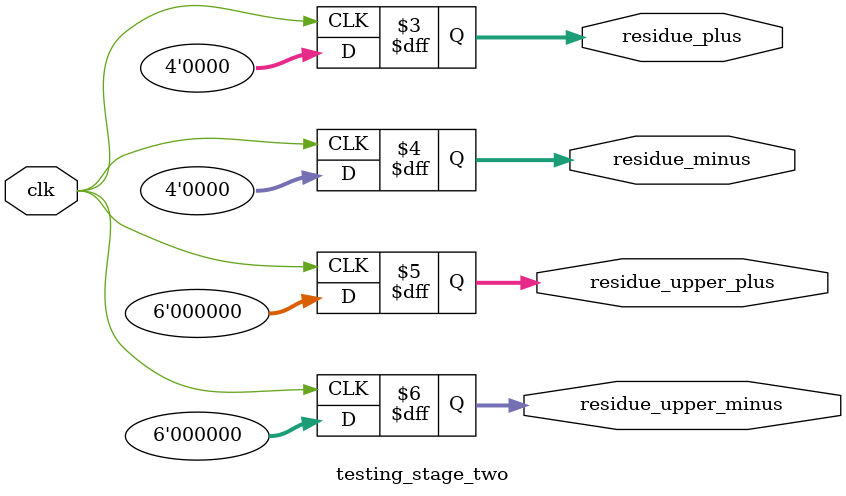
<source format=v>
module testing_stage_two(clk,residue_plus,residue_minus,residue_upper_plus,residue_upper_minus);

input clk;
output[3:0] residue_plus,residue_minus;
output[5:0] residue_upper_plus,residue_upper_minus;
reg[3:0] residue_plus,residue_minus;
reg[5:0] residue_upper_plus,residue_upper_minus;


initial begin
	residue_minus=4'b0;
	residue_plus=4'b0;
	residue_upper_plus=6'b0;
	residue_upper_minus=6'b0;
end

always @(posedge clk) begin
	residue_minus=4'b0;
	residue_plus=4'b0;
	residue_upper_plus=6'b0;
	residue_upper_minus=6'b0;
end


endmodule

</source>
